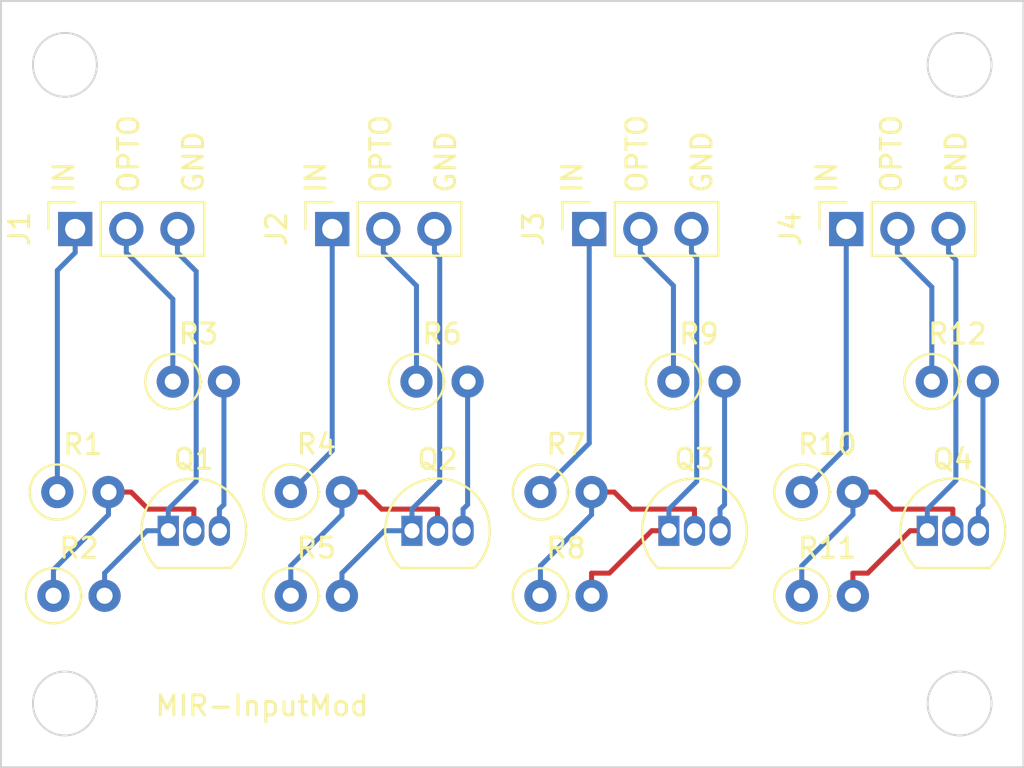
<source format=kicad_pcb>
(kicad_pcb (version 20221018) (generator pcbnew)
  (layers (0 "F.Cu" signal) (31 "B.Cu" signal) (34 "B.Paste" user) (35 "F.Paste" user) (36 "B.SilkS" user "B.Silkscreen") (37 "F.SilkS" user "F.Silkscreen") (38 "B.Mask" user) (39 "F.Mask" user) (44 "Edge.Cuts" user))
  (net 0 "")
  (net 1 "Net-(J1-Pin_1)")
  (net 2 "Net-(J1-Pin_2)")
  (net 3 "Net-(J1-Pin_3)")
  (net 4 "Net-(J2-Pin_1)")
  (net 5 "Net-(J2-Pin_2)")
  (net 6 "Net-(J2-Pin_3)")
  (net 7 "Net-(J3-Pin_1)")
  (net 8 "Net-(J3-Pin_2)")
  (net 9 "Net-(J3-Pin_3)")
  (net 10 "Net-(J4-Pin_1)")
  (net 11 "Net-(J4-Pin_2)")
  (net 12 "Net-(J4-Pin_3)")
  (net 13 "Net-(Q1-G)")
  (net 14 "Net-(Q2-G)")
  (net 15 "Net-(Q3-G)")
  (net 16 "Net-(Q4-G)")
  (net 17 "Net-(Q1-D)")
  (net 18 "Net-(Q2-D)")
  (net 19 "Net-(Q3-D)")
  (net 20 "Net-(Q4-D)")
  (footprint "Resistor_THT:R_Axial_DIN0207_L6.3mm_D2.5mm_P2.54mm_Vertical" (layer "F.Cu") (at 103.0015 100.6134)
    (fp_text reference "R7" (at 1.27 -2.37) (layer "F.SilkS"))
    (fp_text value "470")
    (fp_line (start 1.37 0) (end 1.44 0) (stroke (width 0.12)) (layer "F.SilkS"))
    (fp_circle (center 0 0) (end 1.37 0) (stroke (width 0.12)) (fill none) (layer "F.SilkS"))
    (pad "1" thru_hole circle (at 0 0) (size 1.6 1.6) (drill 0.8) (layers "*.Cu" "*.Mask") (net 7 "Net-(J3-Pin_1)"))
    (pad "2" thru_hole oval (at 2.54 0) (size 1.6 1.6) (drill 0.8) (layers "*.Cu" "*.Mask") (net 15 "Net-(Q3-G)"))
  )
  (footprint "Connector_PinSocket_2.54mm:PinSocket_1x03_P2.54mm_Vertical" (layer "F.Cu") (at 92.6557 87.534 90)
    (fp_text reference "J2" (at 0 -2.77 90) (layer "F.SilkS"))
    (fp_text value "Conn_01x03")
    (fp_line (start -1.33 1.27) (end -1.33 6.41) (stroke (width 0.12)) (layer "F.SilkS"))
    (fp_line (start -1.33 1.27) (end 1.33 1.27) (stroke (width 0.12)) (layer "F.SilkS"))
    (fp_line (start -1.33 6.41) (end 1.33 6.41) (stroke (width 0.12)) (layer "F.SilkS"))
    (fp_line (start 0 -1.33) (end 1.33 -1.33) (stroke (width 0.12)) (layer "F.SilkS"))
    (fp_line (start 1.33 -1.33) (end 1.33 0) (stroke (width 0.12)) (layer "F.SilkS"))
    (fp_line (start 1.33 1.27) (end 1.33 6.41) (stroke (width 0.12)) (layer "F.SilkS"))
    (pad "1" thru_hole rect (at 0 0 90) (size 1.7 1.7) (drill 1) (layers "*.Cu" "*.Mask") (net 4 "Net-(J2-Pin_1)"))
    (pad "2" thru_hole oval (at 0 2.54 90) (size 1.7 1.7) (drill 1) (layers "*.Cu" "*.Mask") (net 5 "Net-(J2-Pin_2)"))
    (pad "3" thru_hole oval (at 0 5.08 90) (size 1.7 1.7) (drill 1) (layers "*.Cu" "*.Mask") (net 6 "Net-(J2-Pin_3)"))
  )
  (footprint "Package_TO_SOT_THT:TO-92_Inline" (layer "F.Cu") (at 109.3844 102.5367)
    (fp_text reference "Q3" (at 1.27 -3.56) (layer "F.SilkS"))
    (fp_text value "2N7000")
    (fp_line (start -0.53 1.85) (end 3.07 1.85) (stroke (width 0.12)) (layer "F.SilkS"))
    (fp_arc (start -0.568478 1.838478) (mid -1.132087 -0.994977) (end 1.27 -2.6) (stroke (width 0.12)) (layer "F.SilkS"))
    (fp_arc (start 1.27 -2.6) (mid 3.672087 -0.994977) (end 3.108478 1.838478) (stroke (width 0.12)) (layer "F.SilkS"))
    (pad "1" thru_hole rect (at 0 0) (size 1.05 1.5) (drill 0.75) (layers "*.Cu" "*.Mask") (net 9 "Net-(J3-Pin_3)"))
    (pad "2" thru_hole oval (at 1.27 0) (size 1.05 1.5) (drill 0.75) (layers "*.Cu" "*.Mask") (net 15 "Net-(Q3-G)"))
    (pad "3" thru_hole oval (at 2.54 0) (size 1.05 1.5) (drill 0.75) (layers "*.Cu" "*.Mask") (net 19 "Net-(Q3-D)"))
  )
  (footprint "Resistor_THT:R_Axial_DIN0207_L6.3mm_D2.5mm_P2.54mm_Vertical" (layer "F.Cu") (at 115.9854 105.7688)
    (fp_text reference "R11" (at 1.27 -2.37) (layer "F.SilkS"))
    (fp_text value "5k")
    (fp_line (start 1.37 0) (end 1.44 0) (stroke (width 0.12)) (layer "F.SilkS"))
    (fp_circle (center 0 0) (end 1.37 0) (stroke (width 0.12)) (fill none) (layer "F.SilkS"))
    (pad "1" thru_hole circle (at 0 0) (size 1.6 1.6) (drill 0.8) (layers "*.Cu" "*.Mask") (net 16 "Net-(Q4-G)"))
    (pad "2" thru_hole oval (at 2.54 0) (size 1.6 1.6) (drill 0.8) (layers "*.Cu" "*.Mask") (net 12 "Net-(J4-Pin_3)"))
  )
  (footprint "Resistor_THT:R_Axial_DIN0207_L6.3mm_D2.5mm_P2.54mm_Vertical" (layer "F.Cu") (at 90.598 100.6134)
    (fp_text reference "R4" (at 1.27 -2.37) (layer "F.SilkS"))
    (fp_text value "470")
    (fp_line (start 1.37 0) (end 1.44 0) (stroke (width 0.12)) (layer "F.SilkS"))
    (fp_circle (center 0 0) (end 1.37 0) (stroke (width 0.12)) (fill none) (layer "F.SilkS"))
    (pad "1" thru_hole circle (at 0 0) (size 1.6 1.6) (drill 0.8) (layers "*.Cu" "*.Mask") (net 4 "Net-(J2-Pin_1)"))
    (pad "2" thru_hole oval (at 2.54 0) (size 1.6 1.6) (drill 0.8) (layers "*.Cu" "*.Mask") (net 14 "Net-(Q2-G)"))
  )
  (footprint "Resistor_THT:R_Axial_DIN0207_L6.3mm_D2.5mm_P2.54mm_Vertical" (layer "F.Cu") (at 90.598 105.7688)
    (fp_text reference "R5" (at 1.27 -2.37) (layer "F.SilkS"))
    (fp_text value "5k")
    (fp_line (start 1.37 0) (end 1.44 0) (stroke (width 0.12)) (layer "F.SilkS"))
    (fp_circle (center 0 0) (end 1.37 0) (stroke (width 0.12)) (fill none) (layer "F.SilkS"))
    (pad "1" thru_hole circle (at 0 0) (size 1.6 1.6) (drill 0.8) (layers "*.Cu" "*.Mask") (net 14 "Net-(Q2-G)"))
    (pad "2" thru_hole oval (at 2.54 0) (size 1.6 1.6) (drill 0.8) (layers "*.Cu" "*.Mask") (net 6 "Net-(J2-Pin_3)"))
  )
  (footprint "Package_TO_SOT_THT:TO-92_Inline" (layer "F.Cu") (at 122.2212 102.5367)
    (fp_text reference "Q4" (at 1.27 -3.56) (layer "F.SilkS"))
    (fp_text value "2N7000")
    (fp_line (start -0.53 1.85) (end 3.07 1.85) (stroke (width 0.12)) (layer "F.SilkS"))
    (fp_arc (start -0.568478 1.838478) (mid -1.132087 -0.994977) (end 1.27 -2.6) (stroke (width 0.12)) (layer "F.SilkS"))
    (fp_arc (start 1.27 -2.6) (mid 3.672087 -0.994977) (end 3.108478 1.838478) (stroke (width 0.12)) (layer "F.SilkS"))
    (pad "1" thru_hole rect (at 0 0) (size 1.05 1.5) (drill 0.75) (layers "*.Cu" "*.Mask") (net 12 "Net-(J4-Pin_3)"))
    (pad "2" thru_hole oval (at 1.27 0) (size 1.05 1.5) (drill 0.75) (layers "*.Cu" "*.Mask") (net 16 "Net-(Q4-G)"))
    (pad "3" thru_hole oval (at 2.54 0) (size 1.05 1.5) (drill 0.75) (layers "*.Cu" "*.Mask") (net 20 "Net-(Q4-D)"))
  )
  (footprint "Connector_PinSocket_2.54mm:PinSocket_1x03_P2.54mm_Vertical" (layer "F.Cu") (at 79.8859 87.534 90)
    (fp_text reference "J1" (at 0 -2.77 90) (layer "F.SilkS"))
    (fp_text value "Conn_01x03")
    (fp_line (start -1.33 1.27) (end -1.33 6.41) (stroke (width 0.12)) (layer "F.SilkS"))
    (fp_line (start -1.33 1.27) (end 1.33 1.27) (stroke (width 0.12)) (layer "F.SilkS"))
    (fp_line (start -1.33 6.41) (end 1.33 6.41) (stroke (width 0.12)) (layer "F.SilkS"))
    (fp_line (start 0 -1.33) (end 1.33 -1.33) (stroke (width 0.12)) (layer "F.SilkS"))
    (fp_line (start 1.33 -1.33) (end 1.33 0) (stroke (width 0.12)) (layer "F.SilkS"))
    (fp_line (start 1.33 1.27) (end 1.33 6.41) (stroke (width 0.12)) (layer "F.SilkS"))
    (pad "1" thru_hole rect (at 0 0 90) (size 1.7 1.7) (drill 1) (layers "*.Cu" "*.Mask") (net 1 "Net-(J1-Pin_1)"))
    (pad "2" thru_hole oval (at 0 2.54 90) (size 1.7 1.7) (drill 1) (layers "*.Cu" "*.Mask") (net 2 "Net-(J1-Pin_2)"))
    (pad "3" thru_hole oval (at 0 5.08 90) (size 1.7 1.7) (drill 1) (layers "*.Cu" "*.Mask") (net 3 "Net-(J1-Pin_3)"))
  )
  (footprint "Resistor_THT:R_Axial_DIN0207_L6.3mm_D2.5mm_P2.54mm_Vertical" (layer "F.Cu") (at 96.8425 95.1217)
    (fp_text reference "R6" (at 1.27 -2.37) (layer "F.SilkS"))
    (fp_text value "1k")
    (fp_line (start 1.37 0) (end 1.44 0) (stroke (width 0.12)) (layer "F.SilkS"))
    (fp_circle (center 0 0) (end 1.37 0) (stroke (width 0.12)) (fill none) (layer "F.SilkS"))
    (pad "1" thru_hole circle (at 0 0) (size 1.6 1.6) (drill 0.8) (layers "*.Cu" "*.Mask") (net 5 "Net-(J2-Pin_2)"))
    (pad "2" thru_hole oval (at 2.54 0) (size 1.6 1.6) (drill 0.8) (layers "*.Cu" "*.Mask") (net 18 "Net-(Q2-D)"))
  )
  (footprint "Resistor_THT:R_Axial_DIN0207_L6.3mm_D2.5mm_P2.54mm_Vertical" (layer "F.Cu") (at 115.9854 100.6134)
    (fp_text reference "R10" (at 1.27 -2.37) (layer "F.SilkS"))
    (fp_text value "470")
    (fp_line (start 1.37 0) (end 1.44 0) (stroke (width 0.12)) (layer "F.SilkS"))
    (fp_circle (center 0 0) (end 1.37 0) (stroke (width 0.12)) (fill none) (layer "F.SilkS"))
    (pad "1" thru_hole circle (at 0 0) (size 1.6 1.6) (drill 0.8) (layers "*.Cu" "*.Mask") (net 10 "Net-(J4-Pin_1)"))
    (pad "2" thru_hole oval (at 2.54 0) (size 1.6 1.6) (drill 0.8) (layers "*.Cu" "*.Mask") (net 16 "Net-(Q4-G)"))
  )
  (footprint "Resistor_THT:R_Axial_DIN0207_L6.3mm_D2.5mm_P2.54mm_Vertical" (layer "F.Cu") (at 78.8062 105.7688)
    (fp_text reference "R2" (at 1.27 -2.37) (layer "F.SilkS"))
    (fp_text value "5k")
    (fp_line (start 1.37 0) (end 1.44 0) (stroke (width 0.12)) (layer "F.SilkS"))
    (fp_circle (center 0 0) (end 1.37 0) (stroke (width 0.12)) (fill none) (layer "F.SilkS"))
    (pad "1" thru_hole circle (at 0 0) (size 1.6 1.6) (drill 0.8) (layers "*.Cu" "*.Mask") (net 13 "Net-(Q1-G)"))
    (pad "2" thru_hole oval (at 2.54 0) (size 1.6 1.6) (drill 0.8) (layers "*.Cu" "*.Mask") (net 3 "Net-(J1-Pin_3)"))
  )
  (footprint "Resistor_THT:R_Axial_DIN0207_L6.3mm_D2.5mm_P2.54mm_Vertical" (layer "F.Cu") (at 103.0015 105.7688)
    (fp_text reference "R8" (at 1.27 -2.37) (layer "F.SilkS"))
    (fp_text value "5k")
    (fp_line (start 1.37 0) (end 1.44 0) (stroke (width 0.12)) (layer "F.SilkS"))
    (fp_circle (center 0 0) (end 1.37 0) (stroke (width 0.12)) (fill none) (layer "F.SilkS"))
    (pad "1" thru_hole circle (at 0 0) (size 1.6 1.6) (drill 0.8) (layers "*.Cu" "*.Mask") (net 15 "Net-(Q3-G)"))
    (pad "2" thru_hole oval (at 2.54 0) (size 1.6 1.6) (drill 0.8) (layers "*.Cu" "*.Mask") (net 9 "Net-(J3-Pin_3)"))
  )
  (footprint "Package_TO_SOT_THT:TO-92_Inline" (layer "F.Cu") (at 96.6175 102.5367)
    (fp_text reference "Q2" (at 1.27 -3.56) (layer "F.SilkS"))
    (fp_text value "2N7000")
    (fp_line (start -0.53 1.85) (end 3.07 1.85) (stroke (width 0.12)) (layer "F.SilkS"))
    (fp_arc (start -0.568478 1.838478) (mid -1.132087 -0.994977) (end 1.27 -2.6) (stroke (width 0.12)) (layer "F.SilkS"))
    (fp_arc (start 1.27 -2.6) (mid 3.672087 -0.994977) (end 3.108478 1.838478) (stroke (width 0.12)) (layer "F.SilkS"))
    (pad "1" thru_hole rect (at 0 0) (size 1.05 1.5) (drill 0.75) (layers "*.Cu" "*.Mask") (net 6 "Net-(J2-Pin_3)"))
    (pad "2" thru_hole oval (at 1.27 0) (size 1.05 1.5) (drill 0.75) (layers "*.Cu" "*.Mask") (net 14 "Net-(Q2-G)"))
    (pad "3" thru_hole oval (at 2.54 0) (size 1.05 1.5) (drill 0.75) (layers "*.Cu" "*.Mask") (net 18 "Net-(Q2-D)"))
  )
  (footprint "Resistor_THT:R_Axial_DIN0207_L6.3mm_D2.5mm_P2.54mm_Vertical" (layer "F.Cu") (at 78.9994 100.6134)
    (fp_text reference "R1" (at 1.27 -2.37) (layer "F.SilkS"))
    (fp_text value "470")
    (fp_line (start 1.37 0) (end 1.44 0) (stroke (width 0.12)) (layer "F.SilkS"))
    (fp_circle (center 0 0) (end 1.37 0) (stroke (width 0.12)) (fill none) (layer "F.SilkS"))
    (pad "1" thru_hole circle (at 0 0) (size 1.6 1.6) (drill 0.8) (layers "*.Cu" "*.Mask") (net 1 "Net-(J1-Pin_1)"))
    (pad "2" thru_hole oval (at 2.54 0) (size 1.6 1.6) (drill 0.8) (layers "*.Cu" "*.Mask") (net 13 "Net-(Q1-G)"))
  )
  (footprint "Package_TO_SOT_THT:TO-92_Inline" (layer "F.Cu") (at 84.5111 102.5367)
    (fp_text reference "Q1" (at 1.27 -3.56) (layer "F.SilkS"))
    (fp_text value "2N7000")
    (fp_line (start -0.53 1.85) (end 3.07 1.85) (stroke (width 0.12)) (layer "F.SilkS"))
    (fp_arc (start -0.568478 1.838478) (mid -1.132087 -0.994977) (end 1.27 -2.6) (stroke (width 0.12)) (layer "F.SilkS"))
    (fp_arc (start 1.27 -2.6) (mid 3.672087 -0.994977) (end 3.108478 1.838478) (stroke (width 0.12)) (layer "F.SilkS"))
    (pad "1" thru_hole rect (at 0 0) (size 1.05 1.5) (drill 0.75) (layers "*.Cu" "*.Mask") (net 3 "Net-(J1-Pin_3)"))
    (pad "2" thru_hole oval (at 1.27 0) (size 1.05 1.5) (drill 0.75) (layers "*.Cu" "*.Mask") (net 13 "Net-(Q1-G)"))
    (pad "3" thru_hole oval (at 2.54 0) (size 1.05 1.5) (drill 0.75) (layers "*.Cu" "*.Mask") (net 17 "Net-(Q1-D)"))
  )
  (footprint "Connector_PinSocket_2.54mm:PinSocket_1x03_P2.54mm_Vertical" (layer "F.Cu") (at 118.1952 87.534 90)
    (fp_text reference "J4" (at 0 -2.77 90) (layer "F.SilkS"))
    (fp_text value "Conn_01x03")
    (fp_line (start -1.33 1.27) (end -1.33 6.41) (stroke (width 0.12)) (layer "F.SilkS"))
    (fp_line (start -1.33 1.27) (end 1.33 1.27) (stroke (width 0.12)) (layer "F.SilkS"))
    (fp_line (start -1.33 6.41) (end 1.33 6.41) (stroke (width 0.12)) (layer "F.SilkS"))
    (fp_line (start 0 -1.33) (end 1.33 -1.33) (stroke (width 0.12)) (layer "F.SilkS"))
    (fp_line (start 1.33 -1.33) (end 1.33 0) (stroke (width 0.12)) (layer "F.SilkS"))
    (fp_line (start 1.33 1.27) (end 1.33 6.41) (stroke (width 0.12)) (layer "F.SilkS"))
    (pad "1" thru_hole rect (at 0 0 90) (size 1.7 1.7) (drill 1) (layers "*.Cu" "*.Mask") (net 10 "Net-(J4-Pin_1)"))
    (pad "2" thru_hole oval (at 0 2.54 90) (size 1.7 1.7) (drill 1) (layers "*.Cu" "*.Mask") (net 11 "Net-(J4-Pin_2)"))
    (pad "3" thru_hole oval (at 0 5.08 90) (size 1.7 1.7) (drill 1) (layers "*.Cu" "*.Mask") (net 12 "Net-(J4-Pin_3)"))
  )
  (footprint "Connector_PinSocket_2.54mm:PinSocket_1x03_P2.54mm_Vertical" (layer "F.Cu") (at 105.4254 87.534 90)
    (fp_text reference "J3" (at 0 -2.77 90) (layer "F.SilkS"))
    (fp_text value "Conn_01x03")
    (fp_line (start -1.33 1.27) (end -1.33 6.41) (stroke (width 0.12)) (layer "F.SilkS"))
    (fp_line (start -1.33 1.27) (end 1.33 1.27) (stroke (width 0.12)) (layer "F.SilkS"))
    (fp_line (start -1.33 6.41) (end 1.33 6.41) (stroke (width 0.12)) (layer "F.SilkS"))
    (fp_line (start 0 -1.33) (end 1.33 -1.33) (stroke (width 0.12)) (layer "F.SilkS"))
    (fp_line (start 1.33 -1.33) (end 1.33 0) (stroke (width 0.12)) (layer "F.SilkS"))
    (fp_line (start 1.33 1.27) (end 1.33 6.41) (stroke (width 0.12)) (layer "F.SilkS"))
    (pad "1" thru_hole rect (at 0 0 90) (size 1.7 1.7) (drill 1) (layers "*.Cu" "*.Mask") (net 7 "Net-(J3-Pin_1)"))
    (pad "2" thru_hole oval (at 0 2.54 90) (size 1.7 1.7) (drill 1) (layers "*.Cu" "*.Mask") (net 8 "Net-(J3-Pin_2)"))
    (pad "3" thru_hole oval (at 0 5.08 90) (size 1.7 1.7) (drill 1) (layers "*.Cu" "*.Mask") (net 9 "Net-(J3-Pin_3)"))
  )
  (footprint "Resistor_THT:R_Axial_DIN0207_L6.3mm_D2.5mm_P2.54mm_Vertical" (layer "F.Cu") (at 109.6094 95.1217)
    (fp_text reference "R9" (at 1.27 -2.37) (layer "F.SilkS"))
    (fp_text value "1k")
    (fp_line (start 1.37 0) (end 1.44 0) (stroke (width 0.12)) (layer "F.SilkS"))
    (fp_circle (center 0 0) (end 1.37 0) (stroke (width 0.12)) (fill none) (layer "F.SilkS"))
    (pad "1" thru_hole circle (at 0 0) (size 1.6 1.6) (drill 0.8) (layers "*.Cu" "*.Mask") (net 8 "Net-(J3-Pin_2)"))
    (pad "2" thru_hole oval (at 2.54 0) (size 1.6 1.6) (drill 0.8) (layers "*.Cu" "*.Mask") (net 19 "Net-(Q3-D)"))
  )
  (footprint "Resistor_THT:R_Axial_DIN0207_L6.3mm_D2.5mm_P2.54mm_Vertical" (layer "F.Cu") (at 84.7361 95.1217)
    (fp_text reference "R3" (at 1.27 -2.37) (layer "F.SilkS"))
    (fp_text value "1k")
    (fp_line (start 1.37 0) (end 1.44 0) (stroke (width 0.12)) (layer "F.SilkS"))
    (fp_circle (center 0 0) (end 1.37 0) (stroke (width 0.12)) (fill none) (layer "F.SilkS"))
    (pad "1" thru_hole circle (at 0 0) (size 1.6 1.6) (drill 0.8) (layers "*.Cu" "*.Mask") (net 2 "Net-(J1-Pin_2)"))
    (pad "2" thru_hole oval (at 2.54 0) (size 1.6 1.6) (drill 0.8) (layers "*.Cu" "*.Mask") (net 17 "Net-(Q1-D)"))
  )
  (footprint "Resistor_THT:R_Axial_DIN0207_L6.3mm_D2.5mm_P2.54mm_Vertical" (layer "F.Cu") (at 122.4462 95.1217)
    (fp_text reference "R12" (at 1.27 -2.37) (layer "F.SilkS"))
    (fp_text value "1k")
    (fp_line (start 1.37 0) (end 1.44 0) (stroke (width 0.12)) (layer "F.SilkS"))
    (fp_circle (center 0 0) (end 1.37 0) (stroke (width 0.12)) (fill none) (layer "F.SilkS"))
    (pad "1" thru_hole circle (at 0 0) (size 1.6 1.6) (drill 0.8) (layers "*.Cu" "*.Mask") (net 11 "Net-(J4-Pin_2)"))
    (pad "2" thru_hole oval (at 2.54 0) (size 1.6 1.6) (drill 0.8) (layers "*.Cu" "*.Mask") (net 20 "Net-(Q4-D)"))
  )
  (gr_line (start 76.2 76.2) (end 76.2 114.3) (stroke (width 0.1)) (layer "Edge.Cuts"))
  (gr_circle (center 79.375 111.125) (end 80.9625 111.125) (stroke (width 0.1)) (fill none) (layer "Edge.Cuts"))
  (gr_circle (center 123.825 111.125) (end 125.4125 111.125) (stroke (width 0.1)) (fill none) (layer "Edge.Cuts"))
  (gr_circle (center 123.825 79.375) (end 125.4125 79.375) (stroke (width 0.1)) (fill none) (layer "Edge.Cuts"))
  (gr_circle (center 79.375 79.375) (end 80.9625 79.375) (stroke (width 0.1)) (fill none) (layer "Edge.Cuts"))
  (gr_line (start 76.2 76.2) (end 127 76.2) (stroke (width 0.1)) (layer "Edge.Cuts"))
  (gr_line (start 127 76.2) (end 127 114.3) (stroke (width 0.1)) (layer "Edge.Cuts"))
  (gr_line (start 76.2 114.3) (end 127 114.3) (stroke (width 0.1)) (layer "Edge.Cuts"))
  (gr_text "MIR-InputMod" (at 83.782072 111.823694) (layer "F.SilkS") (effects (font (size 1 1)) (justify left bottom)))
  (gr_text "IN\n\nOPTO\n\nGND" (at 124.239602 85.825717 90) (layer "F.SilkS") (effects (font (size 1 1)) (justify left bottom)))
  (gr_text "IN\n\nOPTO\n\nGND" (at 86.34156 85.825717 90) (layer "F.SilkS") (effects (font (size 1 1)) (justify left bottom)))
  (gr_text "IN\n\nOPTO\n\nGND" (at 98.869278 85.825717 90) (layer "F.SilkS") (effects (font (size 1 1)) (justify left bottom)))
  (gr_text "IN\n\nOPTO\n\nGND" (at 111.599873 85.825717 90) (layer "F.SilkS") (effects (font (size 1 1)) (justify left bottom)))
  (segment (start 78.9994 89.5956) (end 78.9994 100.6134) (width 0.25) (layer "B.Cu") (net 1))
  (segment (start 79.8859 87.534) (end 79.8859 88.7091) (width 0.25) (layer "B.Cu") (net 1))
  (segment (start 79.8859 88.7091) (end 78.9994 89.5956) (width 0.25) (layer "B.Cu") (net 1))
  (segment (start 82.4259 88.7091) (end 84.7361 91.0193) (width 0.25) (layer "B.Cu") (net 2))
  (segment (start 84.7361 91.0193) (end 84.7361 95.1217) (width 0.25) (layer "B.Cu") (net 2))
  (segment (start 82.4259 87.534) (end 82.4259 88.7091) (width 0.25) (layer "B.Cu") (net 2))
  (segment (start 81.3462 105.7688) (end 81.3462 104.6437) (width 0.25) (layer "B.Cu") (net 3))
  (segment (start 85.8978 89.641) (end 85.8978 100.0749) (width 0.25) (layer "B.Cu") (net 3))
  (segment (start 85.8978 100.0749) (end 84.5111 101.4616) (width 0.25) (layer "B.Cu") (net 3))
  (segment (start 84.9659 88.7091) (end 85.8978 89.641) (width 0.25) (layer "B.Cu") (net 3))
  (segment (start 84.5111 102.5367) (end 83.4532 102.5367) (width 0.25) (layer "B.Cu") (net 3))
  (segment (start 84.9659 87.534) (end 84.9659 88.7091) (width 0.25) (layer "B.Cu") (net 3))
  (segment (start 83.4532 102.5367) (end 81.3462 104.6437) (width 0.25) (layer "B.Cu") (net 3))
  (segment (start 84.5111 102.5367) (end 84.5111 101.4616) (width 0.25) (layer "B.Cu") (net 3))
  (segment (start 92.6557 87.534) (end 92.6557 98.5557) (width 0.25) (layer "B.Cu") (net 4))
  (segment (start 92.6557 98.5557) (end 90.598 100.6134) (width 0.25) (layer "B.Cu") (net 4))
  (segment (start 95.1957 88.7091) (end 96.8425 90.3559) (width 0.25) (layer "B.Cu") (net 5))
  (segment (start 96.8425 90.3559) (end 96.8425 95.1217) (width 0.25) (layer "B.Cu") (net 5))
  (segment (start 95.1957 87.534) (end 95.1957 88.7091) (width 0.25) (layer "B.Cu") (net 5))
  (segment (start 97.7357 87.534) (end 97.7357 88.7091) (width 0.25) (layer "B.Cu") (net 6))
  (segment (start 97.9965 100.0826) (end 96.6175 101.4616) (width 0.25) (layer "B.Cu") (net 6))
  (segment (start 95.245 102.5367) (end 93.138 104.6437) (width 0.25) (layer "B.Cu") (net 6))
  (segment (start 93.138 105.7688) (end 93.138 104.6437) (width 0.25) (layer "B.Cu") (net 6))
  (segment (start 97.9965 88.9699) (end 97.9965 100.0826) (width 0.25) (layer "B.Cu") (net 6))
  (segment (start 96.6175 102.5367) (end 95.245 102.5367) (width 0.25) (layer "B.Cu") (net 6))
  (segment (start 97.7357 88.7091) (end 97.9965 88.9699) (width 0.25) (layer "B.Cu") (net 6))
  (segment (start 96.6175 102.5367) (end 96.6175 101.4616) (width 0.25) (layer "B.Cu") (net 6))
  (segment (start 105.4254 98.1895) (end 103.0015 100.6134) (width 0.25) (layer "B.Cu") (net 7))
  (segment (start 105.4254 87.534) (end 105.4254 98.1895) (width 0.25) (layer "B.Cu") (net 7))
  (segment (start 107.9654 87.534) (end 107.9654 88.7091) (width 0.25) (layer "B.Cu") (net 8))
  (segment (start 107.9654 88.7091) (end 109.6094 90.3531) (width 0.25) (layer "B.Cu") (net 8))
  (segment (start 109.6094 90.3531) (end 109.6094 95.1217) (width 0.25) (layer "B.Cu") (net 8))
  (segment (start 108.5343 102.5367) (end 106.4273 104.6437) (width 0.25) (layer "F.Cu") (net 9))
  (segment (start 105.5415 105.7688) (end 105.5415 104.6437) (width 0.25) (layer "F.Cu") (net 9))
  (segment (start 109.3844 102.5367) (end 108.5343 102.5367) (width 0.25) (layer "F.Cu") (net 9))
  (segment (start 106.4273 104.6437) (end 105.5415 104.6437) (width 0.25) (layer "F.Cu") (net 9))
  (segment (start 110.7648 100.0812) (end 109.3844 101.4616) (width 0.25) (layer "B.Cu") (net 9))
  (segment (start 109.3844 102.5367) (end 109.3844 101.4616) (width 0.25) (layer "B.Cu") (net 9))
  (segment (start 110.5054 87.534) (end 110.5054 88.7091) (width 0.25) (layer "B.Cu") (net 9))
  (segment (start 110.5054 88.7091) (end 110.7648 88.9685) (width 0.25) (layer "B.Cu") (net 9))
  (segment (start 110.7648 88.9685) (end 110.7648 100.0812) (width 0.25) (layer "B.Cu") (net 9))
  (segment (start 118.1952 98.4036) (end 115.9854 100.6134) (width 0.25) (layer "B.Cu") (net 10))
  (segment (start 118.1952 87.534) (end 118.1952 98.4036) (width 0.25) (layer "B.Cu") (net 10))
  (segment (start 122.4462 90.4201) (end 122.4462 95.1217) (width 0.25) (layer "B.Cu") (net 11))
  (segment (start 120.7352 87.534) (end 120.7352 88.7091) (width 0.25) (layer "B.Cu") (net 11))
  (segment (start 120.7352 88.7091) (end 122.4462 90.4201) (width 0.25) (layer "B.Cu") (net 11))
  (segment (start 121.3711 102.5367) (end 119.2641 104.6437) (width 0.25) (layer "F.Cu") (net 12))
  (segment (start 118.5254 105.7688) (end 118.5254 104.6437) (width 0.25) (layer "F.Cu") (net 12))
  (segment (start 122.2212 102.5367) (end 121.3711 102.5367) (width 0.25) (layer "F.Cu") (net 12))
  (segment (start 119.2641 104.6437) (end 118.5254 104.6437) (width 0.25) (layer "F.Cu") (net 12))
  (segment (start 123.6413 100.0415) (end 122.2212 101.4616) (width 0.25) (layer "B.Cu") (net 12))
  (segment (start 122.2212 102.5367) (end 122.2212 101.4616) (width 0.25) (layer "B.Cu") (net 12))
  (segment (start 123.6413 89.0752) (end 123.6413 100.0415) (width 0.25) (layer "B.Cu") (net 12))
  (segment (start 123.2752 87.534) (end 123.2752 88.7091) (width 0.25) (layer "B.Cu") (net 12))
  (segment (start 123.2752 88.7091) (end 123.6413 89.0752) (width 0.25) (layer "B.Cu") (net 12))
  (segment (start 85.7811 101.4616) (end 83.5127 101.4616) (width 0.25) (layer "F.Cu") (net 13))
  (segment (start 83.5127 101.4616) (end 82.6645 100.6134) (width 0.25) (layer "F.Cu") (net 13))
  (segment (start 85.7811 102.5367) (end 85.7811 101.4616) (width 0.25) (layer "F.Cu") (net 13))
  (segment (start 81.5394 100.6134) (end 82.6645 100.6134) (width 0.25) (layer "F.Cu") (net 13))
  (segment (start 81.5394 100.6134) (end 81.5394 101.7385) (width 0.25) (layer "B.Cu") (net 13))
  (segment (start 81.5394 101.7385) (end 78.8062 104.4717) (width 0.25) (layer "B.Cu") (net 13))
  (segment (start 78.8062 104.4717) (end 78.8062 105.7688) (width 0.25) (layer "B.Cu") (net 13))
  (segment (start 97.8875 101.4616) (end 95.1113 101.4616) (width 0.25) (layer "F.Cu") (net 14))
  (segment (start 97.8875 102.5367) (end 97.8875 101.4616) (width 0.25) (layer "F.Cu") (net 14))
  (segment (start 95.1113 101.4616) (end 94.2631 100.6134) (width 0.25) (layer "F.Cu") (net 14))
  (segment (start 93.138 100.6134) (end 94.2631 100.6134) (width 0.25) (layer "F.Cu") (net 14))
  (segment (start 93.138 101.7385) (end 90.598 104.2785) (width 0.25) (layer "B.Cu") (net 14))
  (segment (start 93.138 100.6134) (end 93.138 101.7385) (width 0.25) (layer "B.Cu") (net 14))
  (segment (start 90.598 104.2785) (end 90.598 105.7688) (width 0.25) (layer "B.Cu") (net 14))
  (segment (start 107.5148 101.4616) (end 106.6666 100.6134) (width 0.25) (layer "F.Cu") (net 15))
  (segment (start 110.6544 102.5367) (end 110.6544 101.4616) (width 0.25) (layer "F.Cu") (net 15))
  (segment (start 110.6544 101.4616) (end 107.5148 101.4616) (width 0.25) (layer "F.Cu") (net 15))
  (segment (start 105.5415 100.6134) (end 106.6666 100.6134) (width 0.25) (layer "F.Cu") (net 15))
  (segment (start 103.0015 104.2785) (end 103.0015 105.7688) (width 0.25) (layer "B.Cu") (net 15))
  (segment (start 105.5415 101.7385) (end 103.0015 104.2785) (width 0.25) (layer "B.Cu") (net 15))
  (segment (start 105.5415 100.6134) (end 105.5415 101.7385) (width 0.25) (layer "B.Cu") (net 15))
  (segment (start 123.4912 101.4616) (end 120.4987 101.4616) (width 0.25) (layer "F.Cu") (net 16))
  (segment (start 118.5254 100.6134) (end 119.6505 100.6134) (width 0.25) (layer "F.Cu") (net 16))
  (segment (start 120.4987 101.4616) (end 119.6505 100.6134) (width 0.25) (layer "F.Cu") (net 16))
  (segment (start 123.4912 102.5367) (end 123.4912 101.4616) (width 0.25) (layer "F.Cu") (net 16))
  (segment (start 118.5254 100.6134) (end 118.5254 101.7385) (width 0.25) (layer "B.Cu") (net 16))
  (segment (start 115.9854 104.2785) (end 115.9854 105.7688) (width 0.25) (layer "B.Cu") (net 16))
  (segment (start 118.5254 101.7385) (end 115.9854 104.2785) (width 0.25) (layer "B.Cu") (net 16))
  (segment (start 87.0511 101.4616) (end 87.2761 101.2366) (width 0.25) (layer "B.Cu") (net 17))
  (segment (start 87.0511 102.5367) (end 87.0511 101.4616) (width 0.25) (layer "B.Cu") (net 17))
  (segment (start 87.2761 101.2366) (end 87.2761 95.1217) (width 0.25) (layer "B.Cu") (net 17))
  (segment (start 99.3825 101.2366) (end 99.3825 95.1217) (width 0.25) (layer "B.Cu") (net 18))
  (segment (start 99.1575 101.4616) (end 99.3825 101.2366) (width 0.25) (layer "B.Cu") (net 18))
  (segment (start 99.1575 102.5367) (end 99.1575 101.4616) (width 0.25) (layer "B.Cu") (net 18))
  (segment (start 111.9244 102.5367) (end 111.9244 101.4616) (width 0.25) (layer "B.Cu") (net 19))
  (segment (start 112.1494 101.2366) (end 112.1494 95.1217) (width 0.25) (layer "B.Cu") (net 19))
  (segment (start 111.9244 101.4616) (end 112.1494 101.2366) (width 0.25) (layer "B.Cu") (net 19))
  (segment (start 124.7612 102.5367) (end 124.7612 101.4616) (width 0.25) (layer "B.Cu") (net 20))
  (segment (start 124.7612 101.4616) (end 124.9862 101.2366) (width 0.25) (layer "B.Cu") (net 20))
  (segment (start 124.9862 101.2366) (end 124.9862 95.1217) (width 0.25) (layer "B.Cu") (net 20))
)
</source>
